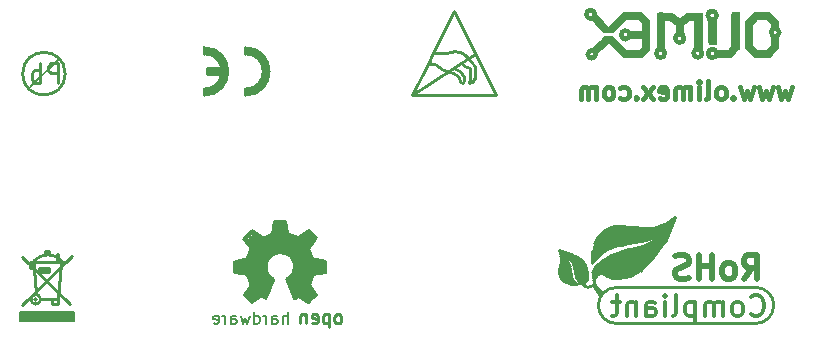
<source format=gbr>
G04 #@! TF.GenerationSoftware,KiCad,Pcbnew,5.1.0-rc2-unknown-036be7d~80~ubuntu16.04.1*
G04 #@! TF.CreationDate,2022-11-30T14:58:32+02:00*
G04 #@! TF.ProjectId,AgonLight2_Rev_A,41676f6e-4c69-4676-9874-325f5265765f,rev?*
G04 #@! TF.SameCoordinates,Original*
G04 #@! TF.FileFunction,Legend,Bot*
G04 #@! TF.FilePolarity,Positive*
%FSLAX46Y46*%
G04 Gerber Fmt 4.6, Leading zero omitted, Abs format (unit mm)*
G04 Created by KiCad (PCBNEW 5.1.0-rc2-unknown-036be7d~80~ubuntu16.04.1) date 2022-11-30 14:58:32*
%MOMM*%
%LPD*%
G04 APERTURE LIST*
%ADD10C,0.381000*%
%ADD11C,0.100000*%
%ADD12C,0.700000*%
%ADD13C,0.400000*%
%ADD14C,0.500000*%
%ADD15C,0.254000*%
%ADD16C,0.508000*%
%ADD17C,0.127000*%
%ADD18C,0.150000*%
%ADD19C,0.200000*%
%ADD20C,0.370000*%
%ADD21C,1.000000*%
%ADD22C,0.380000*%
%ADD23C,0.420000*%
%ADD24C,0.300000*%
%ADD25C,0.350000*%
%ADD26C,0.180000*%
G04 APERTURE END LIST*
D10*
X146285857Y-110671428D02*
X145995571Y-111687428D01*
X145705285Y-110961714D01*
X145415000Y-111687428D01*
X145124714Y-110671428D01*
X144689285Y-110671428D02*
X144399000Y-111687428D01*
X144108714Y-110961714D01*
X143818428Y-111687428D01*
X143528142Y-110671428D01*
X143092714Y-110671428D02*
X142802428Y-111687428D01*
X142512142Y-110961714D01*
X142221857Y-111687428D01*
X141931571Y-110671428D01*
X141351000Y-111542285D02*
X141278428Y-111614857D01*
X141351000Y-111687428D01*
X141423571Y-111614857D01*
X141351000Y-111542285D01*
X141351000Y-111687428D01*
X140407571Y-111687428D02*
X140552714Y-111614857D01*
X140625285Y-111542285D01*
X140697857Y-111397142D01*
X140697857Y-110961714D01*
X140625285Y-110816571D01*
X140552714Y-110744000D01*
X140407571Y-110671428D01*
X140189857Y-110671428D01*
X140044714Y-110744000D01*
X139972142Y-110816571D01*
X139899571Y-110961714D01*
X139899571Y-111397142D01*
X139972142Y-111542285D01*
X140044714Y-111614857D01*
X140189857Y-111687428D01*
X140407571Y-111687428D01*
X139028714Y-111687428D02*
X139173857Y-111614857D01*
X139246428Y-111469714D01*
X139246428Y-110163428D01*
X138448142Y-111687428D02*
X138448142Y-110671428D01*
X138448142Y-110163428D02*
X138520714Y-110236000D01*
X138448142Y-110308571D01*
X138375571Y-110236000D01*
X138448142Y-110163428D01*
X138448142Y-110308571D01*
X137722428Y-111687428D02*
X137722428Y-110671428D01*
X137722428Y-110816571D02*
X137649857Y-110744000D01*
X137504714Y-110671428D01*
X137287000Y-110671428D01*
X137141857Y-110744000D01*
X137069285Y-110889142D01*
X137069285Y-111687428D01*
X137069285Y-110889142D02*
X136996714Y-110744000D01*
X136851571Y-110671428D01*
X136633857Y-110671428D01*
X136488714Y-110744000D01*
X136416142Y-110889142D01*
X136416142Y-111687428D01*
X135109857Y-111614857D02*
X135255000Y-111687428D01*
X135545285Y-111687428D01*
X135690428Y-111614857D01*
X135763000Y-111469714D01*
X135763000Y-110889142D01*
X135690428Y-110744000D01*
X135545285Y-110671428D01*
X135255000Y-110671428D01*
X135109857Y-110744000D01*
X135037285Y-110889142D01*
X135037285Y-111034285D01*
X135763000Y-111179428D01*
X134529285Y-111687428D02*
X133731000Y-110671428D01*
X134529285Y-110671428D02*
X133731000Y-111687428D01*
X133150428Y-111542285D02*
X133077857Y-111614857D01*
X133150428Y-111687428D01*
X133223000Y-111614857D01*
X133150428Y-111542285D01*
X133150428Y-111687428D01*
X131771571Y-111614857D02*
X131916714Y-111687428D01*
X132207000Y-111687428D01*
X132352142Y-111614857D01*
X132424714Y-111542285D01*
X132497285Y-111397142D01*
X132497285Y-110961714D01*
X132424714Y-110816571D01*
X132352142Y-110744000D01*
X132207000Y-110671428D01*
X131916714Y-110671428D01*
X131771571Y-110744000D01*
X130900714Y-111687428D02*
X131045857Y-111614857D01*
X131118428Y-111542285D01*
X131191000Y-111397142D01*
X131191000Y-110961714D01*
X131118428Y-110816571D01*
X131045857Y-110744000D01*
X130900714Y-110671428D01*
X130683000Y-110671428D01*
X130537857Y-110744000D01*
X130465285Y-110816571D01*
X130392714Y-110961714D01*
X130392714Y-111397142D01*
X130465285Y-111542285D01*
X130537857Y-111614857D01*
X130683000Y-111687428D01*
X130900714Y-111687428D01*
X129739571Y-111687428D02*
X129739571Y-110671428D01*
X129739571Y-110816571D02*
X129667000Y-110744000D01*
X129521857Y-110671428D01*
X129304142Y-110671428D01*
X129159000Y-110744000D01*
X129086428Y-110889142D01*
X129086428Y-111687428D01*
X129086428Y-110889142D02*
X129013857Y-110744000D01*
X128868714Y-110671428D01*
X128651000Y-110671428D01*
X128505857Y-110744000D01*
X128433285Y-110889142D01*
X128433285Y-111687428D01*
D11*
X133489700Y-104343200D02*
X132118100Y-104343200D01*
X132118100Y-104343200D02*
X132067300Y-104343200D01*
X132067300Y-104343200D02*
X130810000Y-105587800D01*
X135013700Y-104457500D02*
X134912100Y-104457500D01*
X134861300Y-104394000D02*
X134861300Y-104381300D01*
X134861300Y-104381300D02*
X136156700Y-104381300D01*
X136156700Y-104381300D02*
X136182100Y-104381300D01*
X136182100Y-104381300D02*
X136804400Y-104876600D01*
X134861300Y-107403900D02*
X134861300Y-104394000D01*
X138518900Y-104444800D02*
X138595100Y-104444800D01*
X138671300Y-104381300D02*
X137426700Y-104381300D01*
X137426700Y-104381300D02*
X136842500Y-104863900D01*
X138671300Y-107378500D02*
X138671300Y-104394000D01*
X139407900Y-106972100D02*
X139319000Y-106972100D01*
X139750800Y-106972100D02*
X139814300Y-106972100D01*
X139890500Y-107035600D02*
X139280900Y-107035600D01*
X139280900Y-107035600D02*
X139255500Y-107035600D01*
X139255500Y-107035600D02*
X139255500Y-105016300D01*
X139890500Y-105016300D02*
X139890500Y-107035600D01*
X141389100Y-104406700D02*
X141274800Y-104406700D01*
X141516100Y-104330500D02*
X141211300Y-104330500D01*
X141211300Y-104330500D02*
X141211300Y-107365800D01*
X141693900Y-104419400D02*
X141757400Y-104406700D01*
X141808200Y-104330500D02*
X141820900Y-104330500D01*
X141820900Y-104330500D02*
X141833600Y-104330500D01*
X141833600Y-104330500D02*
X141833600Y-107480100D01*
X141528800Y-104330500D02*
X141808200Y-104330500D01*
D12*
X141528800Y-107403900D02*
X141528800Y-104673400D01*
X135191500Y-104686100D02*
X135191500Y-107289600D01*
X143306800Y-104673400D02*
X144310100Y-104673400D01*
X142684500Y-105283000D02*
X142684500Y-107213400D01*
X144907000Y-105321100D02*
X144907000Y-105562400D01*
X144907000Y-107289600D02*
X144322800Y-107861100D01*
X144894300Y-107302300D02*
X144894300Y-106540300D01*
X144335500Y-107861100D02*
X143294100Y-107861100D01*
D13*
X132566659Y-106248200D02*
G75*
G03X132566659Y-106248200I-359659J0D01*
G01*
D12*
X132715000Y-106248200D02*
X133934200Y-106248200D01*
D13*
X129632735Y-104508300D02*
G75*
G03X129632735Y-104508300I-359435J0D01*
G01*
D12*
X129641600Y-104863900D02*
X130505200Y-105757600D01*
D14*
X131064000Y-105854500D02*
X130505200Y-105854500D01*
D12*
X132181600Y-104673400D02*
X131089400Y-105740200D01*
X133403500Y-104673400D02*
X132181600Y-104673400D01*
X133934200Y-105156000D02*
X133451600Y-104648000D01*
X133934200Y-105181400D02*
X133934200Y-107416600D01*
X133934200Y-107416600D02*
X133502400Y-107848400D01*
X133502400Y-107848400D02*
X132181600Y-107848400D01*
X132181600Y-107848400D02*
X131038600Y-106730800D01*
D14*
X131038600Y-106629200D02*
X130505200Y-106629200D01*
D12*
X129692400Y-107543600D02*
X130530600Y-106730800D01*
D13*
X129691666Y-107899200D02*
G75*
G03X129691666Y-107899200I-329466J0D01*
G01*
X135554729Y-107810300D02*
G75*
G03X135554729Y-107810300I-363229J0D01*
G01*
D12*
X136093200Y-104698800D02*
X135204200Y-104698800D01*
D13*
X137175318Y-106527600D02*
G75*
G03X137175318Y-106527600I-370918J0D01*
G01*
D12*
X136728200Y-105206800D02*
X136093200Y-104698800D01*
X136804400Y-105994200D02*
X136804400Y-105283000D01*
X137515600Y-104698800D02*
X136906000Y-105206800D01*
X138353800Y-104698800D02*
X137515600Y-104698800D01*
X138353800Y-107289600D02*
X138353800Y-104698800D01*
D13*
X138700759Y-107797600D02*
G75*
G03X138700759Y-107797600I-359659J0D01*
G01*
X139933818Y-104597200D02*
G75*
G03X139933818Y-104597200I-373518J0D01*
G01*
D12*
X139573000Y-105130600D02*
X139573000Y-106730800D01*
D13*
X139939324Y-107823000D02*
G75*
G03X139939324Y-107823000I-366324J0D01*
G01*
D12*
X140085800Y-107848400D02*
X141071600Y-107848400D01*
X141071600Y-107848400D02*
X141528800Y-107391200D01*
X142697200Y-107251500D02*
X143256000Y-107835700D01*
X143306800Y-104686100D02*
X142671800Y-105295700D01*
X144907000Y-105270300D02*
X144399000Y-104762300D01*
D13*
X145231747Y-106045000D02*
G75*
G03X145231747Y-106045000I-337447J0D01*
G01*
D15*
X128904556Y-126643371D02*
G75*
G02X128651000Y-127254000I-865696J1511D01*
G01*
X127458020Y-125148180D02*
G75*
G02X127965200Y-126179580I-991420J-1127920D01*
G01*
X128375340Y-127284046D02*
G75*
G02X127965200Y-126187200I1118940J1043506D01*
G01*
X128652788Y-127382791D02*
G75*
G02X128348740Y-127256540I752J431051D01*
G01*
X128086340Y-127376613D02*
G75*
G02X127584200Y-126580900I709440J1003993D01*
G01*
X127204795Y-125242066D02*
G75*
G02X127558800Y-126232920I-1408755J-1061974D01*
G01*
X127737927Y-127382303D02*
G75*
G02X127538480Y-127358140I-1327J824263D01*
G01*
X127536497Y-127357453D02*
G75*
G02X126956820Y-127083820I205183J1185493D01*
G01*
X126932946Y-127061974D02*
G75*
G02X126619000Y-126304040I757934J757934D01*
G01*
X126619283Y-126304487D02*
G75*
G02X126690120Y-125935740I992857J447D01*
G01*
X126754148Y-125001136D02*
G75*
G02X126690120Y-125935740I-1478808J-368184D01*
G01*
X128056000Y-125022511D02*
G75*
G02X128778000Y-125666500I-601340J-1400909D01*
G01*
X128831794Y-125762321D02*
G75*
G02X129032000Y-126517400I-1323794J-755079D01*
G01*
X129033874Y-126517901D02*
G75*
G02X128948180Y-126961900I-1195674J501D01*
G01*
X129077720Y-127636612D02*
G75*
G02X128785620Y-127515620I0J413092D01*
G01*
X129435134Y-127486954D02*
G75*
G02X129077720Y-127635000I-357414J357414D01*
G01*
X129808258Y-127652710D02*
G75*
G02X129540000Y-127000000I653762J650170D01*
G01*
X130045978Y-128270280D02*
G75*
G02X129540000Y-127045720I1228842J1224560D01*
G01*
X133610379Y-123731186D02*
G75*
G02X132267960Y-123946920I-1812319J6992786D01*
G01*
X130486130Y-124520934D02*
G75*
G02X131749800Y-124020580I2134890J-3545866D01*
G01*
X129419641Y-125598765D02*
G75*
G02X130474720Y-124528580I3831299J-2722035D01*
G01*
X129539155Y-126873069D02*
G75*
G02X129659380Y-125935740I762845J378529D01*
G01*
X129830473Y-125747156D02*
G75*
G02X132384800Y-124477780I3654147J-4148444D01*
G01*
X134721541Y-123666778D02*
G75*
G02X132694680Y-124416820I-2631381J3997218D01*
G01*
X129987549Y-127958559D02*
G75*
G02X129540000Y-126873000I1086611J1083019D01*
G01*
X129413760Y-125221243D02*
G75*
G02X129473960Y-124543820I3049780J70363D01*
G01*
X129620736Y-123940585D02*
G75*
G02X131671060Y-122428000I2144304J-760715D01*
G01*
X135534952Y-122283522D02*
G75*
G02X133819900Y-122623580I-1268012J1900222D01*
G01*
X133508933Y-126207013D02*
G75*
G02X131643120Y-126873000I-1738813J1924813D01*
G01*
X135529464Y-123787447D02*
G75*
G02X133548120Y-126169420I-8344044J4925607D01*
G01*
X129816860Y-126596140D02*
G75*
G02X130535680Y-126598680I358140J-360680D01*
G01*
X131127500Y-126875066D02*
G75*
G02X130589020Y-126652020I0J761526D01*
G01*
X131445000Y-130683000D02*
G75*
G02X129921000Y-129159000I0J1524000D01*
G01*
X144780000Y-129159000D02*
G75*
G02X143256000Y-130683000I-1524000J0D01*
G01*
X143256000Y-127635000D02*
G75*
G02X144780000Y-129159000I0J-1524000D01*
G01*
X129921000Y-129159000D02*
G75*
G02X131445000Y-127635000I1524000J0D01*
G01*
X131445000Y-127635000D02*
X143256000Y-127635000D01*
X143256000Y-130683000D02*
X131445000Y-130683000D01*
X130589020Y-126652020D02*
X130535680Y-126598680D01*
X129816860Y-126598680D02*
X129540000Y-126873000D01*
X136398000Y-121666000D02*
X135531860Y-123781820D01*
X133548120Y-126169420D02*
X133512560Y-126204980D01*
X131643120Y-126873000D02*
X131127500Y-126873000D01*
X136398000Y-121666000D02*
X135536940Y-122285760D01*
X133819900Y-122623580D02*
X131671060Y-122428000D01*
X129621280Y-123944380D02*
X129473960Y-124543820D01*
X129415540Y-125222000D02*
X129415540Y-125603000D01*
X129517140Y-126827280D02*
X129540000Y-126873000D01*
X130175000Y-128143000D02*
X129989580Y-127957580D01*
X135003540Y-123317000D02*
X134721600Y-123664980D01*
X132694680Y-124416820D02*
X132384800Y-124477780D01*
X129829560Y-125747780D02*
X129659380Y-125935740D01*
X129415540Y-125603000D02*
X129418080Y-125600460D01*
X130474720Y-124528580D02*
X130482340Y-124523500D01*
X131749800Y-124020580D02*
X132267960Y-123946920D01*
X133616700Y-123731020D02*
X135003540Y-123317000D01*
X130175000Y-128270000D02*
X129667000Y-127508000D01*
X129540000Y-127045720D02*
X129540000Y-127000000D01*
X130302000Y-128143000D02*
X129811780Y-127652780D01*
X129540000Y-127381000D02*
X129435860Y-127487680D01*
X128785620Y-127515620D02*
X128651000Y-127381000D01*
X128651000Y-127381000D02*
X128948180Y-126961900D01*
X128831340Y-125760480D02*
X128778000Y-125666500D01*
X128056640Y-125021340D02*
X127635000Y-124841000D01*
X127635000Y-124841000D02*
X126619000Y-124460000D01*
X126619000Y-124460000D02*
X126753620Y-124998480D01*
X126933960Y-127060960D02*
X126956820Y-127083820D01*
X127736600Y-127381000D02*
X128092200Y-127381000D01*
X128638300Y-127381000D02*
X128651000Y-127381000D01*
X127558800Y-126189740D02*
X127584200Y-126580900D01*
X136017000Y-122174000D02*
X135003540Y-122811540D01*
D16*
X135003540Y-122811540D02*
X133858000Y-122811540D01*
X133858000Y-122811540D02*
X132842000Y-122682000D01*
X132842000Y-122682000D02*
X131191000Y-122682000D01*
X131191000Y-122682000D02*
X130556000Y-123063000D01*
X130556000Y-123063000D02*
X130048000Y-123571000D01*
X130048000Y-123571000D02*
X129794000Y-124079000D01*
X129794000Y-124079000D02*
X129667000Y-125095000D01*
X129667000Y-125095000D02*
X130175000Y-124460000D01*
X130175000Y-124460000D02*
X130810000Y-124079000D01*
X130810000Y-124079000D02*
X130556000Y-123571000D01*
X130556000Y-123571000D02*
X130175000Y-124079000D01*
X130937000Y-124079000D02*
X131572000Y-123698000D01*
X131572000Y-123698000D02*
X132080000Y-123698000D01*
X132080000Y-123698000D02*
X132207000Y-123698000D01*
X132207000Y-123698000D02*
X133350000Y-123571000D01*
X133350000Y-123571000D02*
X134620000Y-123190000D01*
X134620000Y-123190000D02*
X135128000Y-123063000D01*
X135128000Y-123063000D02*
X130556000Y-123063000D01*
X130556000Y-123063000D02*
X130556000Y-123317000D01*
X130556000Y-123571000D02*
X130556000Y-123317000D01*
X130556000Y-123317000D02*
X135509000Y-123240800D01*
X130429000Y-123698000D02*
X132080000Y-123698000D01*
X136017000Y-122174000D02*
X135509000Y-123063000D01*
X135509000Y-123063000D02*
X135382000Y-123571000D01*
X135382000Y-123571000D02*
X135003540Y-124079000D01*
X135003540Y-124079000D02*
X135003540Y-123698000D01*
X135003540Y-123698000D02*
X135382000Y-122811540D01*
X134874000Y-124206000D02*
X134493000Y-124714000D01*
X134493000Y-124714000D02*
X134239000Y-125095000D01*
X134239000Y-125095000D02*
X133350000Y-125984000D01*
X133350000Y-125984000D02*
X132842000Y-126365000D01*
X132842000Y-126365000D02*
X131953000Y-126619000D01*
X131953000Y-126619000D02*
X131064000Y-126619000D01*
X131064000Y-126619000D02*
X130302000Y-126111000D01*
X130302000Y-126111000D02*
X129921000Y-126238000D01*
X129921000Y-126238000D02*
X129667000Y-126492000D01*
X129667000Y-126492000D02*
X129921000Y-125984000D01*
X129921000Y-125984000D02*
X130429000Y-125476000D01*
X130429000Y-125476000D02*
X131114800Y-125069600D01*
X131114800Y-125069600D02*
X132511800Y-124587000D01*
X132511800Y-124587000D02*
X133121400Y-124587000D01*
X133121400Y-124587000D02*
X133858000Y-124333000D01*
X133858000Y-124333000D02*
X134620000Y-123952000D01*
X134493000Y-124333000D02*
X133731000Y-124968000D01*
X133731000Y-124968000D02*
X133604000Y-124841000D01*
X133604000Y-124841000D02*
X133477000Y-124841000D01*
X133477000Y-124841000D02*
X132334000Y-124968000D01*
X132334000Y-124968000D02*
X131318000Y-125222000D01*
X131318000Y-125222000D02*
X130683000Y-125730000D01*
X130683000Y-125730000D02*
X130556000Y-125857000D01*
X130556000Y-125857000D02*
X130683000Y-126111000D01*
X130683000Y-126111000D02*
X130937000Y-126111000D01*
X130937000Y-126111000D02*
X131318000Y-126238000D01*
X131318000Y-126238000D02*
X131953000Y-126238000D01*
X131953000Y-126238000D02*
X132334000Y-126111000D01*
X132334000Y-126111000D02*
X132842000Y-125984000D01*
X132842000Y-125984000D02*
X133477000Y-125476000D01*
X133477000Y-125476000D02*
X133604000Y-125349000D01*
X133604000Y-125349000D02*
X133477000Y-125222000D01*
X133477000Y-125222000D02*
X132969000Y-125222000D01*
X132969000Y-125222000D02*
X131953000Y-125476000D01*
X131953000Y-125476000D02*
X131699000Y-125476000D01*
X131699000Y-125476000D02*
X131191000Y-125730000D01*
X131191000Y-125730000D02*
X131191000Y-125857000D01*
X131191000Y-125857000D02*
X131318000Y-125984000D01*
X131318000Y-125984000D02*
X131699000Y-125857000D01*
X131699000Y-125857000D02*
X132969000Y-125603000D01*
D15*
X128348740Y-127256540D02*
X128376680Y-127284480D01*
X127965200Y-126187200D02*
X127965200Y-126179580D01*
X128905000Y-126641860D02*
X128905000Y-126619000D01*
X128905000Y-126619000D02*
X128905000Y-126365000D01*
X128905000Y-126365000D02*
X128778000Y-126365000D01*
X128778000Y-126365000D02*
X128651000Y-126365000D01*
X128651000Y-126365000D02*
X128651000Y-127000000D01*
X128778000Y-126365000D02*
X128778000Y-126492000D01*
X128778000Y-126492000D02*
X128778000Y-126873000D01*
X128778000Y-126873000D02*
X128778000Y-127000000D01*
X128778000Y-127000000D02*
X128778000Y-127127000D01*
X128651000Y-126365000D02*
X128270000Y-126365000D01*
X128270000Y-126365000D02*
X128016000Y-126365000D01*
X128016000Y-126365000D02*
X128524000Y-127254000D01*
X128270000Y-126365000D02*
X128270000Y-126873000D01*
X128778000Y-126492000D02*
X128143000Y-126492000D01*
X128905000Y-126619000D02*
X128143000Y-126619000D01*
X128905000Y-126746000D02*
X128143000Y-126746000D01*
X128778000Y-126873000D02*
X128143000Y-126873000D01*
X128778000Y-127000000D02*
X128270000Y-127000000D01*
X128016000Y-126238000D02*
X128905000Y-126238000D01*
X128016000Y-126111000D02*
X128905000Y-126111000D01*
X128016000Y-125984000D02*
X128778000Y-125984000D01*
X128016000Y-125857000D02*
X128778000Y-125857000D01*
X127889000Y-125730000D02*
X128778000Y-125730000D01*
X127889000Y-125603000D02*
X128651000Y-125603000D01*
X127762000Y-125476000D02*
X128524000Y-125476000D01*
X127762000Y-125349000D02*
X128397000Y-125349000D01*
X127635000Y-125222000D02*
X128143000Y-125222000D01*
X126873000Y-125095000D02*
X127000000Y-125095000D01*
X127000000Y-125095000D02*
X127127000Y-125095000D01*
X127127000Y-125095000D02*
X128016000Y-125095000D01*
X127635000Y-124968000D02*
X126873000Y-124968000D01*
X127381000Y-124841000D02*
X126746000Y-124841000D01*
X127254000Y-124714000D02*
X126746000Y-124714000D01*
X127127000Y-125095000D02*
X127127000Y-125603000D01*
X127000000Y-125095000D02*
X127000000Y-125603000D01*
X127381000Y-125603000D02*
X126873000Y-125603000D01*
X127381000Y-125730000D02*
X126873000Y-125730000D01*
X127508000Y-125857000D02*
X126873000Y-125857000D01*
X127508000Y-125984000D02*
X126746000Y-125984000D01*
X127508000Y-126111000D02*
X126746000Y-126111000D01*
X127508000Y-126238000D02*
X126746000Y-126238000D01*
X127508000Y-126365000D02*
X126746000Y-126365000D01*
X127508000Y-126492000D02*
X126746000Y-126492000D01*
X127508000Y-126619000D02*
X126746000Y-126619000D01*
X127584200Y-126746000D02*
X126746000Y-126746000D01*
X127635000Y-126873000D02*
X126873000Y-126873000D01*
X127635000Y-127000000D02*
X127000000Y-127000000D01*
X127762000Y-127127000D02*
X127127000Y-127127000D01*
X127889000Y-127254000D02*
X127381000Y-127254000D01*
X82169000Y-125349000D02*
G75*
G02X84455000Y-125349000I1143000J-1143000D01*
G01*
D17*
X82423000Y-128651000D02*
G75*
G03X82423000Y-128651000I-127000J0D01*
G01*
D15*
X83439000Y-124587000D02*
X83439000Y-124714000D01*
X83439000Y-124714000D02*
X83058000Y-124714000D01*
X83058000Y-124714000D02*
X83058000Y-124587000D01*
X83058000Y-124587000D02*
X83439000Y-124587000D01*
X83312000Y-126111000D02*
X82677000Y-126111000D01*
X83439000Y-125984000D02*
X82550000Y-125984000D01*
X82550000Y-125984000D02*
X82550000Y-126365000D01*
X82550000Y-126365000D02*
X83439000Y-126365000D01*
X83439000Y-126365000D02*
X83439000Y-125984000D01*
X82042000Y-125984000D02*
X82042000Y-125603000D01*
X82042000Y-125603000D02*
X81915000Y-125603000D01*
X81915000Y-125603000D02*
X81915000Y-125984000D01*
X82042000Y-125603000D02*
X82042000Y-125730000D01*
X82042000Y-125476000D02*
X81915000Y-125857000D01*
X82042000Y-125603000D02*
X82042000Y-125730000D01*
X82169000Y-125476000D02*
X82169000Y-125984000D01*
X82169000Y-125984000D02*
X81788000Y-125984000D01*
X81788000Y-125984000D02*
X81788000Y-125476000D01*
X84201000Y-125349000D02*
X84201000Y-124841000D01*
X84201000Y-124841000D02*
X84074000Y-124841000D01*
X84074000Y-124841000D02*
X84074000Y-125349000D01*
X82697609Y-128651000D02*
G75*
G03X82697609Y-128651000I-401609J0D01*
G01*
X82296000Y-128143000D02*
X82169000Y-126111000D01*
X84201000Y-128651000D02*
X84201000Y-129032000D01*
X84201000Y-129032000D02*
X83693000Y-129032000D01*
X83693000Y-129032000D02*
X83693000Y-128778000D01*
X84709000Y-125476000D02*
X81788000Y-125476000D01*
X84201000Y-128651000D02*
X84455000Y-125603000D01*
X84201000Y-128651000D02*
X82804000Y-128651000D01*
X85217000Y-129032000D02*
X81153000Y-125095000D01*
X85344000Y-124968000D02*
X81153000Y-129159000D01*
D18*
X85499200Y-130404400D02*
X81079600Y-130404400D01*
X81079600Y-130302800D02*
X85448400Y-130302800D01*
X85499200Y-130099600D02*
X81028800Y-130099600D01*
X85499200Y-129947200D02*
X81079600Y-129947200D01*
X81028800Y-130201200D02*
X85448400Y-130201200D01*
X81028800Y-130048800D02*
X85448400Y-130048800D01*
X85499200Y-129896400D02*
X81028800Y-129896400D01*
X81028800Y-129794800D02*
X85448400Y-129794800D01*
X80978000Y-130506000D02*
X85550000Y-130506000D01*
X85550000Y-130506000D02*
X85550000Y-129744000D01*
X85550000Y-129744000D02*
X80978000Y-129744000D01*
X80978000Y-129744000D02*
X80978000Y-130506000D01*
D19*
X81821020Y-110698280D02*
X84254340Y-108277660D01*
D15*
X84784037Y-109534960D02*
G75*
G03X84784037Y-109534960I-1802237J0D01*
G01*
D20*
X102328980Y-127000000D02*
G75*
G02X101958140Y-125135640I746760J1117600D01*
G01*
X101947980Y-125150880D02*
G75*
G02X103873300Y-124952760I1061720J-863600D01*
G01*
X103898700Y-124978160D02*
G75*
G02X103822500Y-126832360I-965200J-889000D01*
G01*
D21*
X101833680Y-127050800D02*
X101500940Y-127782320D01*
X101833680Y-127142240D02*
X100652580Y-128155700D01*
X101719380Y-127005080D02*
X101102160Y-127332740D01*
X101399340Y-126585980D02*
X100789740Y-126692660D01*
X100563680Y-125427740D02*
X101285040Y-125575060D01*
X100804980Y-124734320D02*
X101460300Y-125100080D01*
X101673660Y-123865640D02*
X102092760Y-124452380D01*
X102260400Y-123614180D02*
X102481380Y-124299980D01*
X103525320Y-123598940D02*
X103357680Y-124208540D01*
X103959660Y-123858020D02*
X103784400Y-124216160D01*
X104957880Y-124635260D02*
X104500680Y-124924820D01*
X105133140Y-125115320D02*
X104691180Y-125275340D01*
X105458260Y-126359920D02*
X104752140Y-126232920D01*
X105209340Y-127005080D02*
X104645460Y-126525020D01*
X104543860Y-127904240D02*
X104178100Y-127142240D01*
X99753420Y-125851920D02*
X101221540Y-125938280D01*
X100744020Y-123667520D02*
X101856540Y-124734320D01*
X103009700Y-122610880D02*
X103004620Y-124124720D01*
X105270300Y-123586240D02*
X104208580Y-124693680D01*
X106255820Y-125872240D02*
X104838500Y-125811280D01*
X105219500Y-128076960D02*
X104366060Y-127055880D01*
D18*
X104203500Y-126646940D02*
X103896160Y-126913640D01*
X104533700Y-123733560D02*
X103550720Y-123240800D01*
X102354380Y-127238760D02*
X102476300Y-126954280D01*
X102217220Y-126784100D02*
X102471220Y-126949200D01*
X103718360Y-126781560D02*
X103492300Y-126956820D01*
X104086660Y-126667260D02*
X103827580Y-127005080D01*
X104310180Y-126446280D02*
X104216200Y-126616460D01*
X104310180Y-126446280D02*
X104216200Y-126616460D01*
X104447340Y-125592840D02*
X104315260Y-126415800D01*
X104023160Y-124856240D02*
X104442260Y-125587760D01*
X103151940Y-124426980D02*
X104023160Y-124856240D01*
X102336600Y-124594620D02*
X103151940Y-124434600D01*
X101826060Y-125023880D02*
X102336600Y-124594620D01*
X101592380Y-125696980D02*
X101826060Y-125023880D01*
X101597460Y-126202440D02*
X101597460Y-125684280D01*
X101973380Y-126913640D02*
X101597460Y-126202440D01*
X102151180Y-127035560D02*
X101973380Y-126913640D01*
X105422700Y-123014740D02*
X104538780Y-123736100D01*
X105178860Y-124368560D02*
X105780840Y-123459240D01*
X105183940Y-124363480D02*
X105570020Y-125361700D01*
X106713020Y-125630940D02*
X105597960Y-125384560D01*
X106570780Y-125575060D02*
X106570780Y-126225300D01*
X102194360Y-126977140D02*
X101666040Y-128358900D01*
X101803200Y-128656080D02*
X102189280Y-127675640D01*
X101274880Y-128328420D02*
X101803200Y-128656080D01*
X100591620Y-128661160D02*
X101412040Y-128132840D01*
X101455220Y-128356360D02*
X100578920Y-128976120D01*
X100568760Y-128971040D02*
X99885500Y-128280160D01*
X100172520Y-128196340D02*
X100657660Y-128727200D01*
X100139500Y-126560580D02*
X100520500Y-127541020D01*
X100243640Y-126593600D02*
X99120960Y-126382780D01*
X99105720Y-125404880D02*
X99108260Y-126362460D01*
X99189540Y-126146560D02*
X100296980Y-126370080D01*
X100492560Y-124376180D02*
X100126800Y-125244860D01*
X99877880Y-123494800D02*
X100581460Y-124485400D01*
X100576380Y-122796300D02*
X99882960Y-123487180D01*
X101592380Y-123471940D02*
X100581460Y-122798840D01*
X102278180Y-123085860D02*
X101473000Y-123423680D01*
X102494080Y-121996200D02*
X102268020Y-123167140D01*
X103459280Y-121996200D02*
X102494080Y-121996200D01*
X103469440Y-122003820D02*
X103670100Y-123029980D01*
X104457500Y-123398280D02*
X103553260Y-123019820D01*
X105392220Y-122750580D02*
X104421940Y-123466860D01*
X106078020Y-123466860D02*
X105404920Y-122753120D01*
X106057700Y-123502420D02*
X105463340Y-124355860D01*
X105796080Y-125186440D02*
X105460800Y-124353320D01*
X106865420Y-125384560D02*
X105694480Y-125181360D01*
X106862880Y-125387100D02*
X106862880Y-126372620D01*
X106862880Y-126380240D02*
X105791000Y-126575820D01*
X106100880Y-128287780D02*
X105503980Y-127424180D01*
X105371900Y-128983740D02*
X106093260Y-128290320D01*
X104538780Y-128412240D02*
X105364280Y-128976120D01*
X104526080Y-128422400D02*
X104180640Y-128643380D01*
X104142540Y-128625600D02*
X103492300Y-126956820D01*
D20*
X100576380Y-128816100D02*
X100022660Y-128270000D01*
X100642420Y-127375920D02*
X100022660Y-128262380D01*
X101765100Y-128442720D02*
X102339140Y-127002540D01*
X101427280Y-128257300D02*
X101765100Y-128442720D01*
X100591620Y-128823720D02*
X101427280Y-128257300D01*
X100236020Y-126464060D02*
X100642420Y-127375920D01*
X99222560Y-126293880D02*
X100236020Y-126464060D01*
X99222560Y-125458220D02*
X99222560Y-126293880D01*
X100304600Y-125229620D02*
X99222560Y-125458220D01*
X100644960Y-124292360D02*
X100304600Y-125229620D01*
X100027740Y-123502420D02*
X100644960Y-124292360D01*
X100581460Y-122953780D02*
X100027740Y-123499880D01*
X101485700Y-123586240D02*
X100581460Y-122951800D01*
X102400100Y-123141740D02*
X101498400Y-123591320D01*
X102613460Y-122123200D02*
X102400100Y-123141740D01*
X103380540Y-122102880D02*
X102595680Y-122102880D01*
X103372920Y-122115580D02*
X103578660Y-123129040D01*
X104477820Y-123555760D02*
X103632000Y-123149360D01*
X105366820Y-122913140D02*
X104538780Y-123565920D01*
D22*
X105915460Y-123471940D02*
X105415080Y-122938540D01*
D20*
X105905300Y-123494800D02*
X105349040Y-124345700D01*
X105676700Y-125262640D02*
X105328720Y-124396500D01*
X106725720Y-125478540D02*
X105707180Y-125298200D01*
D22*
X106713020Y-125491240D02*
X106718100Y-126278640D01*
D20*
X106723180Y-126268480D02*
X105773220Y-126486920D01*
X105745280Y-126509780D02*
X105387140Y-127393700D01*
X105920540Y-128270000D02*
X105387140Y-127436880D01*
D22*
X105935780Y-128270000D02*
X105371900Y-128808480D01*
D13*
X105359200Y-128808480D02*
X104579420Y-128277620D01*
D20*
X104569260Y-128259840D02*
X104251760Y-128465580D01*
D23*
X104223820Y-128445260D02*
X103672640Y-127022860D01*
D15*
X119126000Y-110109000D02*
G75*
G02X119253000Y-110236000I0J-127000D01*
G01*
X118999000Y-110172500D02*
G75*
G02X119062500Y-110109000I63500J0D01*
G01*
X119060071Y-110365545D02*
G75*
G02X118999000Y-110299500I2429J63505D01*
G01*
X119443500Y-109982000D02*
G75*
G02X119062500Y-110363000I-381000J0D01*
G01*
X119254048Y-108586575D02*
G75*
G02X119443500Y-108902500I-168688J-315925D01*
G01*
X119251549Y-108585142D02*
G75*
G02X118935500Y-108267500I478971J792622D01*
G01*
X119060935Y-109094845D02*
G75*
G02X118364000Y-108648500I153965J1007685D01*
G01*
X118617068Y-109855674D02*
G75*
G02X118618000Y-110172500I-316568J-159346D01*
G01*
X118617967Y-110172600D02*
G75*
G02X118491000Y-110299500I-190467J63600D01*
G01*
X117289275Y-109411493D02*
G75*
G02X117729000Y-109537500I-825195J-3709947D01*
G01*
X117728915Y-109538965D02*
G75*
G02X118300500Y-110299500I-284395J-808795D01*
G01*
X117666708Y-109094166D02*
G75*
G02X118618000Y-109855000I-285688J-1332334D01*
G01*
X117154461Y-109348576D02*
G75*
G02X116332000Y-108902500I147819J1253796D01*
G01*
X115823301Y-108712474D02*
G75*
G02X116332000Y-108902500I64199J-604046D01*
G01*
X117347915Y-107761114D02*
G75*
G02X117132100Y-107823000I-182795J230214D01*
G01*
X117348721Y-107759678D02*
G75*
G02X118935500Y-108267500I466639J-1274902D01*
G01*
X117729000Y-104267000D02*
X121285000Y-111379000D01*
X121285000Y-111379000D02*
X114173000Y-111379000D01*
X114173000Y-111379000D02*
X115506500Y-108712000D01*
X115506500Y-108712000D02*
X115951000Y-107823000D01*
X115951000Y-107823000D02*
X117729000Y-104267000D01*
X119507000Y-107886500D02*
X114173000Y-111379000D01*
X117132100Y-107823000D02*
X115951000Y-107823000D01*
X115506500Y-108712000D02*
X115824000Y-108712000D01*
X118491000Y-110299500D02*
X118338600Y-110299500D01*
X119443500Y-108902500D02*
X119443500Y-109982000D01*
X118999000Y-110299500D02*
X118999000Y-110172500D01*
X119062500Y-110109000D02*
X119062500Y-109093000D01*
X119062500Y-110109000D02*
X119126000Y-110109000D01*
X96548000Y-111347000D02*
G75*
G03X96548000Y-107347000I0J2000000D01*
G01*
D24*
X96597980Y-111097000D02*
G75*
G03X96598000Y-107597000I-49980J1750000D01*
G01*
D15*
X96548000Y-110847000D02*
G75*
G03X96548000Y-107847000I0J1500000D01*
G01*
D24*
X100097980Y-111097000D02*
G75*
G03X100098000Y-107597000I-49980J1750000D01*
G01*
D15*
X100048000Y-111347000D02*
G75*
G03X100048000Y-107347000I0J2000000D01*
G01*
X100048000Y-110847000D02*
G75*
G03X100048000Y-107847000I0J1500000D01*
G01*
X100048000Y-107347000D02*
X100048000Y-107847000D01*
X100048000Y-110847000D02*
X100048000Y-111347000D01*
X96548000Y-110847000D02*
X96548000Y-111347000D01*
X96548000Y-107347000D02*
X96548000Y-107847000D01*
X98048000Y-109097000D02*
X96798000Y-109097000D01*
X96798000Y-109097000D02*
X96798000Y-109597000D01*
X96798000Y-109597000D02*
X98048000Y-109597000D01*
X96798000Y-109347000D02*
X98048000Y-109347000D01*
D25*
X142813193Y-129844800D02*
X142897860Y-129929466D01*
X143151860Y-130014133D01*
X143321193Y-130014133D01*
X143575193Y-129929466D01*
X143744526Y-129760133D01*
X143829193Y-129590800D01*
X143913860Y-129252133D01*
X143913860Y-128998133D01*
X143829193Y-128659466D01*
X143744526Y-128490133D01*
X143575193Y-128320800D01*
X143321193Y-128236133D01*
X143151860Y-128236133D01*
X142897860Y-128320800D01*
X142813193Y-128405466D01*
X141797193Y-130014133D02*
X141966526Y-129929466D01*
X142051193Y-129844800D01*
X142135860Y-129675466D01*
X142135860Y-129167466D01*
X142051193Y-128998133D01*
X141966526Y-128913466D01*
X141797193Y-128828800D01*
X141543193Y-128828800D01*
X141373860Y-128913466D01*
X141289193Y-128998133D01*
X141204526Y-129167466D01*
X141204526Y-129675466D01*
X141289193Y-129844800D01*
X141373860Y-129929466D01*
X141543193Y-130014133D01*
X141797193Y-130014133D01*
X140442526Y-130014133D02*
X140442526Y-128828800D01*
X140442526Y-128998133D02*
X140357860Y-128913466D01*
X140188526Y-128828800D01*
X139934526Y-128828800D01*
X139765193Y-128913466D01*
X139680526Y-129082800D01*
X139680526Y-130014133D01*
X139680526Y-129082800D02*
X139595860Y-128913466D01*
X139426526Y-128828800D01*
X139172526Y-128828800D01*
X139003193Y-128913466D01*
X138918526Y-129082800D01*
X138918526Y-130014133D01*
X138071860Y-128828800D02*
X138071860Y-130606800D01*
X138071860Y-128913466D02*
X137902526Y-128828800D01*
X137563860Y-128828800D01*
X137394526Y-128913466D01*
X137309860Y-128998133D01*
X137225193Y-129167466D01*
X137225193Y-129675466D01*
X137309860Y-129844800D01*
X137394526Y-129929466D01*
X137563860Y-130014133D01*
X137902526Y-130014133D01*
X138071860Y-129929466D01*
X136209193Y-130014133D02*
X136378526Y-129929466D01*
X136463193Y-129760133D01*
X136463193Y-128236133D01*
X135531860Y-130014133D02*
X135531860Y-128828800D01*
X135531860Y-128236133D02*
X135616526Y-128320800D01*
X135531860Y-128405466D01*
X135447193Y-128320800D01*
X135531860Y-128236133D01*
X135531860Y-128405466D01*
X133923193Y-130014133D02*
X133923193Y-129082800D01*
X134007860Y-128913466D01*
X134177193Y-128828800D01*
X134515860Y-128828800D01*
X134685193Y-128913466D01*
X133923193Y-129929466D02*
X134092526Y-130014133D01*
X134515860Y-130014133D01*
X134685193Y-129929466D01*
X134769860Y-129760133D01*
X134769860Y-129590800D01*
X134685193Y-129421466D01*
X134515860Y-129336800D01*
X134092526Y-129336800D01*
X133923193Y-129252133D01*
X133076526Y-128828800D02*
X133076526Y-130014133D01*
X133076526Y-128998133D02*
X132991860Y-128913466D01*
X132822526Y-128828800D01*
X132568526Y-128828800D01*
X132399193Y-128913466D01*
X132314526Y-129082800D01*
X132314526Y-130014133D01*
X131721860Y-128828800D02*
X131044526Y-128828800D01*
X131467860Y-128236133D02*
X131467860Y-129760133D01*
X131383193Y-129929466D01*
X131213860Y-130014133D01*
X131044526Y-130014133D01*
D14*
X142234634Y-126909081D02*
X142901300Y-125956700D01*
X143377491Y-126909081D02*
X143377491Y-124909081D01*
X142615586Y-124909081D01*
X142425110Y-125004320D01*
X142329872Y-125099558D01*
X142234634Y-125290034D01*
X142234634Y-125575748D01*
X142329872Y-125766224D01*
X142425110Y-125861462D01*
X142615586Y-125956700D01*
X143377491Y-125956700D01*
X141091777Y-126909081D02*
X141282253Y-126813843D01*
X141377491Y-126718605D01*
X141472729Y-126528129D01*
X141472729Y-125956700D01*
X141377491Y-125766224D01*
X141282253Y-125670986D01*
X141091777Y-125575748D01*
X140806062Y-125575748D01*
X140615586Y-125670986D01*
X140520348Y-125766224D01*
X140425110Y-125956700D01*
X140425110Y-126528129D01*
X140520348Y-126718605D01*
X140615586Y-126813843D01*
X140806062Y-126909081D01*
X141091777Y-126909081D01*
X139567967Y-126909081D02*
X139567967Y-124909081D01*
X139567967Y-125861462D02*
X138425110Y-125861462D01*
X138425110Y-126909081D02*
X138425110Y-124909081D01*
X137567967Y-126813843D02*
X137282253Y-126909081D01*
X136806062Y-126909081D01*
X136615586Y-126813843D01*
X136520348Y-126718605D01*
X136425110Y-126528129D01*
X136425110Y-126337653D01*
X136520348Y-126147177D01*
X136615586Y-126051939D01*
X136806062Y-125956700D01*
X137187015Y-125861462D01*
X137377491Y-125766224D01*
X137472729Y-125670986D01*
X137567967Y-125480510D01*
X137567967Y-125290034D01*
X137472729Y-125099558D01*
X137377491Y-125004320D01*
X137187015Y-124909081D01*
X136710824Y-124909081D01*
X136425110Y-125004320D01*
D15*
X84170068Y-110324327D02*
X84170068Y-108624327D01*
X83598640Y-108624327D01*
X83455782Y-108705280D01*
X83384354Y-108786232D01*
X83312925Y-108948137D01*
X83312925Y-109190994D01*
X83384354Y-109352899D01*
X83455782Y-109433851D01*
X83598640Y-109514803D01*
X84170068Y-109514803D01*
X82670068Y-110324327D02*
X82670068Y-108624327D01*
X82670068Y-109271946D02*
X82527211Y-109190994D01*
X82241497Y-109190994D01*
X82098640Y-109271946D01*
X82027211Y-109352899D01*
X81955782Y-109514803D01*
X81955782Y-110000518D01*
X82027211Y-110162422D01*
X82098640Y-110243375D01*
X82241497Y-110324327D01*
X82527211Y-110324327D01*
X82670068Y-110243375D01*
X107943298Y-130657379D02*
X108048060Y-130604998D01*
X108100440Y-130552617D01*
X108152821Y-130447855D01*
X108152821Y-130133569D01*
X108100440Y-130028807D01*
X108048060Y-129976426D01*
X107943298Y-129924045D01*
X107786155Y-129924045D01*
X107681393Y-129976426D01*
X107629012Y-130028807D01*
X107576631Y-130133569D01*
X107576631Y-130447855D01*
X107629012Y-130552617D01*
X107681393Y-130604998D01*
X107786155Y-130657379D01*
X107943298Y-130657379D01*
X107105202Y-129924045D02*
X107105202Y-131024045D01*
X107105202Y-129976426D02*
X107000440Y-129924045D01*
X106790917Y-129924045D01*
X106686155Y-129976426D01*
X106633774Y-130028807D01*
X106581393Y-130133569D01*
X106581393Y-130447855D01*
X106633774Y-130552617D01*
X106686155Y-130604998D01*
X106790917Y-130657379D01*
X107000440Y-130657379D01*
X107105202Y-130604998D01*
X105690917Y-130604998D02*
X105795679Y-130657379D01*
X106005202Y-130657379D01*
X106109964Y-130604998D01*
X106162345Y-130500236D01*
X106162345Y-130081188D01*
X106109964Y-129976426D01*
X106005202Y-129924045D01*
X105795679Y-129924045D01*
X105690917Y-129976426D01*
X105638536Y-130081188D01*
X105638536Y-130185950D01*
X106162345Y-130290712D01*
X105167107Y-129924045D02*
X105167107Y-130657379D01*
X105167107Y-130028807D02*
X105114726Y-129976426D01*
X105009964Y-129924045D01*
X104852821Y-129924045D01*
X104748060Y-129976426D01*
X104695679Y-130081188D01*
X104695679Y-130657379D01*
D26*
X103627797Y-130703580D02*
X103627797Y-129703580D01*
X103199225Y-130703580D02*
X103199225Y-130179771D01*
X103246844Y-130084533D01*
X103342082Y-130036914D01*
X103484940Y-130036914D01*
X103580178Y-130084533D01*
X103627797Y-130132152D01*
X102294463Y-130703580D02*
X102294463Y-130179771D01*
X102342082Y-130084533D01*
X102437320Y-130036914D01*
X102627797Y-130036914D01*
X102723035Y-130084533D01*
X102294463Y-130655961D02*
X102389701Y-130703580D01*
X102627797Y-130703580D01*
X102723035Y-130655961D01*
X102770654Y-130560723D01*
X102770654Y-130465485D01*
X102723035Y-130370247D01*
X102627797Y-130322628D01*
X102389701Y-130322628D01*
X102294463Y-130275009D01*
X101818273Y-130703580D02*
X101818273Y-130036914D01*
X101818273Y-130227390D02*
X101770654Y-130132152D01*
X101723035Y-130084533D01*
X101627797Y-130036914D01*
X101532559Y-130036914D01*
X100770654Y-130703580D02*
X100770654Y-129703580D01*
X100770654Y-130655961D02*
X100865892Y-130703580D01*
X101056368Y-130703580D01*
X101151606Y-130655961D01*
X101199225Y-130608342D01*
X101246844Y-130513104D01*
X101246844Y-130227390D01*
X101199225Y-130132152D01*
X101151606Y-130084533D01*
X101056368Y-130036914D01*
X100865892Y-130036914D01*
X100770654Y-130084533D01*
X100389701Y-130036914D02*
X100199225Y-130703580D01*
X100008749Y-130227390D01*
X99818273Y-130703580D01*
X99627797Y-130036914D01*
X98818273Y-130703580D02*
X98818273Y-130179771D01*
X98865892Y-130084533D01*
X98961130Y-130036914D01*
X99151606Y-130036914D01*
X99246844Y-130084533D01*
X98818273Y-130655961D02*
X98913511Y-130703580D01*
X99151606Y-130703580D01*
X99246844Y-130655961D01*
X99294463Y-130560723D01*
X99294463Y-130465485D01*
X99246844Y-130370247D01*
X99151606Y-130322628D01*
X98913511Y-130322628D01*
X98818273Y-130275009D01*
X98342082Y-130703580D02*
X98342082Y-130036914D01*
X98342082Y-130227390D02*
X98294463Y-130132152D01*
X98246844Y-130084533D01*
X98151606Y-130036914D01*
X98056368Y-130036914D01*
X97342082Y-130655961D02*
X97437320Y-130703580D01*
X97627797Y-130703580D01*
X97723035Y-130655961D01*
X97770654Y-130560723D01*
X97770654Y-130179771D01*
X97723035Y-130084533D01*
X97627797Y-130036914D01*
X97437320Y-130036914D01*
X97342082Y-130084533D01*
X97294463Y-130179771D01*
X97294463Y-130275009D01*
X97770654Y-130370247D01*
M02*

</source>
